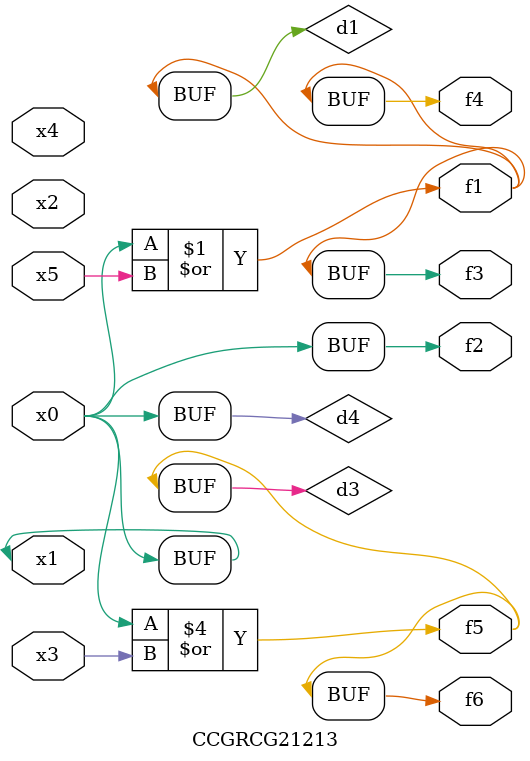
<source format=v>
module CCGRCG21213(
	input x0, x1, x2, x3, x4, x5,
	output f1, f2, f3, f4, f5, f6
);

	wire d1, d2, d3, d4;

	or (d1, x0, x5);
	xnor (d2, x1, x4);
	or (d3, x0, x3);
	buf (d4, x0, x1);
	assign f1 = d1;
	assign f2 = d4;
	assign f3 = d1;
	assign f4 = d1;
	assign f5 = d3;
	assign f6 = d3;
endmodule

</source>
